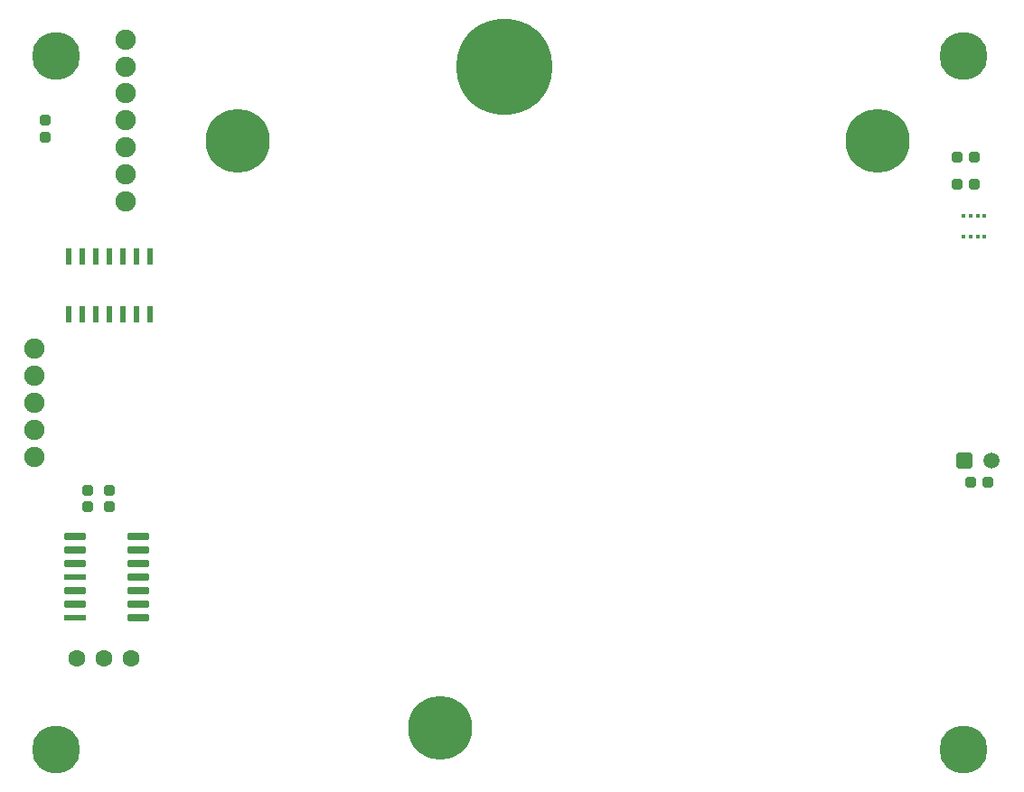
<source format=gbr>
%TF.GenerationSoftware,KiCad,Pcbnew,9.0.7-1.fc42*%
%TF.CreationDate,2026-02-03T17:14:13+01:00*%
%TF.ProjectId,air_sensor,6169725f-7365-46e7-936f-722e6b696361,rev?*%
%TF.SameCoordinates,Original*%
%TF.FileFunction,Soldermask,Top*%
%TF.FilePolarity,Negative*%
%FSLAX46Y46*%
G04 Gerber Fmt 4.6, Leading zero omitted, Abs format (unit mm)*
G04 Created by KiCad (PCBNEW 9.0.7-1.fc42) date 2026-02-03 17:14:13*
%MOMM*%
%LPD*%
G01*
G04 APERTURE LIST*
G04 Aperture macros list*
%AMRoundRect*
0 Rectangle with rounded corners*
0 $1 Rounding radius*
0 $2 $3 $4 $5 $6 $7 $8 $9 X,Y pos of 4 corners*
0 Add a 4 corners polygon primitive as box body*
4,1,4,$2,$3,$4,$5,$6,$7,$8,$9,$2,$3,0*
0 Add four circle primitives for the rounded corners*
1,1,$1+$1,$2,$3*
1,1,$1+$1,$4,$5*
1,1,$1+$1,$6,$7*
1,1,$1+$1,$8,$9*
0 Add four rect primitives between the rounded corners*
20,1,$1+$1,$2,$3,$4,$5,0*
20,1,$1+$1,$4,$5,$6,$7,0*
20,1,$1+$1,$6,$7,$8,$9,0*
20,1,$1+$1,$8,$9,$2,$3,0*%
G04 Aperture macros list end*
%ADD10C,4.500000*%
%ADD11RoundRect,0.142500X0.357500X-0.332500X0.357500X0.332500X-0.357500X0.332500X-0.357500X-0.332500X0*%
%ADD12C,1.600000*%
%ADD13RoundRect,0.090000X-0.947500X-0.210000X0.947500X-0.210000X0.947500X0.210000X-0.947500X0.210000X0*%
%ADD14RoundRect,0.088500X-0.949000X-0.206500X0.949000X-0.206500X0.949000X0.206500X-0.949000X0.206500X0*%
%ADD15RoundRect,0.091500X-0.946000X-0.213500X0.946000X-0.213500X0.946000X0.213500X-0.946000X0.213500X0*%
%ADD16RoundRect,0.082500X-0.192500X-0.667500X0.192500X-0.667500X0.192500X0.667500X-0.192500X0.667500X0*%
%ADD17R,0.350000X0.350000*%
%ADD18C,1.905000*%
%ADD19RoundRect,0.142500X0.332500X0.357500X-0.332500X0.357500X-0.332500X-0.357500X0.332500X-0.357500X0*%
%ADD20RoundRect,0.142500X-0.332500X-0.357500X0.332500X-0.357500X0.332500X0.357500X-0.332500X0.357500X0*%
%ADD21RoundRect,0.250000X-0.500000X-0.500000X0.500000X-0.500000X0.500000X0.500000X-0.500000X0.500000X0*%
%ADD22C,1.500000*%
%ADD23C,6.000000*%
%ADD24C,9.000000*%
G04 APERTURE END LIST*
D10*
%TO.C,REF\u002A\u002A*%
X117000000Y-136000000D03*
%TD*%
D11*
%TO.C,C31*%
X116000000Y-78600000D03*
X116000000Y-77000000D03*
%TD*%
D12*
%TO.C,J4*%
X118920000Y-127500000D03*
X121460000Y-127500000D03*
X124000000Y-127500000D03*
%TD*%
D10*
%TO.C,REF\u002A\u002A*%
X202000000Y-71000000D03*
%TD*%
D13*
%TO.C,U7*%
X118800000Y-116050000D03*
X118800000Y-117320000D03*
X118800000Y-118590000D03*
D14*
X118800000Y-119855000D03*
D13*
X118800000Y-121120000D03*
X118800000Y-122390000D03*
D14*
X118800000Y-123655000D03*
D13*
X124725000Y-123660000D03*
X124725000Y-122390000D03*
X124725000Y-121120000D03*
X124725000Y-119850000D03*
X124725000Y-118580000D03*
X124725000Y-117310000D03*
D15*
X124725000Y-116045000D03*
%TD*%
D11*
%TO.C,C21*%
X120000000Y-113300000D03*
X120000000Y-111700000D03*
%TD*%
D16*
%TO.C,U8*%
X118190000Y-95200000D03*
X119460000Y-95200000D03*
X120730000Y-95200000D03*
X122000000Y-95200000D03*
X123270000Y-95200000D03*
X124540000Y-95200000D03*
X125810000Y-95200000D03*
X125800000Y-89800000D03*
X124530000Y-89800000D03*
X123260000Y-89800000D03*
X121990000Y-89800000D03*
X120730000Y-89800000D03*
X119460000Y-89800000D03*
X118190000Y-89800000D03*
%TD*%
D17*
%TO.C,S3*%
X202040000Y-86000000D03*
X202690000Y-86000000D03*
X203340000Y-86000000D03*
X204000000Y-86000000D03*
X204000000Y-87960000D03*
X203350000Y-87960000D03*
X202700000Y-87960000D03*
X202040000Y-87960000D03*
%TD*%
D18*
%TO.C,G1*%
X115000000Y-98460000D03*
X115000000Y-101000000D03*
X115000000Y-103500000D03*
X115000000Y-106040000D03*
X115000000Y-108580000D03*
%TD*%
D10*
%TO.C,REF\u002A\u002A*%
X117000000Y-71000000D03*
%TD*%
D11*
%TO.C,C22*%
X122000000Y-113300000D03*
X122000000Y-111700000D03*
%TD*%
D19*
%TO.C,C19*%
X203000000Y-83000000D03*
X201400000Y-83000000D03*
%TD*%
D18*
%TO.C,S4*%
X123500000Y-69460000D03*
X123500000Y-72000000D03*
X123500000Y-74500000D03*
X123500000Y-77040000D03*
X123500000Y-79580000D03*
X123500000Y-82120000D03*
X123500000Y-84660000D03*
%TD*%
D10*
%TO.C,REF\u002A\u002A*%
X202000000Y-136000000D03*
%TD*%
D20*
%TO.C,C20*%
X201400000Y-80500000D03*
X203000000Y-80500000D03*
%TD*%
D21*
%TO.C,D1*%
X202110000Y-108980000D03*
D22*
X204650000Y-108980000D03*
%TD*%
D23*
%TO.C,REF\u002A\u002A*%
X194000000Y-79000000D03*
X134000000Y-79000000D03*
X153000000Y-134000000D03*
D24*
X159000000Y-72000000D03*
%TD*%
D20*
%TO.C,R1*%
X202700000Y-111000000D03*
X204300000Y-111000000D03*
%TD*%
M02*

</source>
